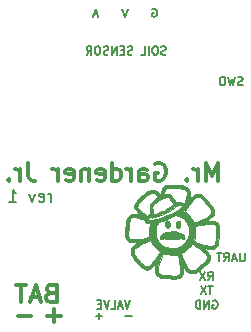
<source format=gbr>
G04 #@! TF.GenerationSoftware,KiCad,Pcbnew,5.0.2-bee76a0~70~ubuntu18.04.1*
G04 #@! TF.CreationDate,2019-07-19T10:46:57+02:00*
G04 #@! TF.ProjectId,AutoGardener_Outdoor,4175746f-4761-4726-9465-6e65725f4f75,rev?*
G04 #@! TF.SameCoordinates,Original*
G04 #@! TF.FileFunction,Legend,Bot*
G04 #@! TF.FilePolarity,Positive*
%FSLAX46Y46*%
G04 Gerber Fmt 4.6, Leading zero omitted, Abs format (unit mm)*
G04 Created by KiCad (PCBNEW 5.0.2-bee76a0~70~ubuntu18.04.1) date Fri 19 Jul 2019 10:46:57 CEST*
%MOMM*%
%LPD*%
G01*
G04 APERTURE LIST*
%ADD10C,0.150000*%
%ADD11C,0.300000*%
%ADD12C,0.010000*%
G04 APERTURE END LIST*
D10*
X184738095Y-136452380D02*
X184738095Y-135785714D01*
X184738095Y-135976190D02*
X184690476Y-135880952D01*
X184642857Y-135833333D01*
X184547619Y-135785714D01*
X184452380Y-135785714D01*
X183738095Y-136404761D02*
X183833333Y-136452380D01*
X184023809Y-136452380D01*
X184119047Y-136404761D01*
X184166666Y-136309523D01*
X184166666Y-135928571D01*
X184119047Y-135833333D01*
X184023809Y-135785714D01*
X183833333Y-135785714D01*
X183738095Y-135833333D01*
X183690476Y-135928571D01*
X183690476Y-136023809D01*
X184166666Y-136119047D01*
X183357142Y-135785714D02*
X183119047Y-136452380D01*
X182880952Y-135785714D01*
X181214285Y-136452380D02*
X181785714Y-136452380D01*
X181500000Y-136452380D02*
X181500000Y-135452380D01*
X181595238Y-135595238D01*
X181690476Y-135690476D01*
X181785714Y-135738095D01*
D11*
X198857142Y-134678571D02*
X198857142Y-133178571D01*
X198357142Y-134250000D01*
X197857142Y-133178571D01*
X197857142Y-134678571D01*
X197142857Y-134678571D02*
X197142857Y-133678571D01*
X197142857Y-133964285D02*
X197071428Y-133821428D01*
X197000000Y-133750000D01*
X196857142Y-133678571D01*
X196714285Y-133678571D01*
X196214285Y-134535714D02*
X196142857Y-134607142D01*
X196214285Y-134678571D01*
X196285714Y-134607142D01*
X196214285Y-134535714D01*
X196214285Y-134678571D01*
X193571428Y-133250000D02*
X193714285Y-133178571D01*
X193928571Y-133178571D01*
X194142857Y-133250000D01*
X194285714Y-133392857D01*
X194357142Y-133535714D01*
X194428571Y-133821428D01*
X194428571Y-134035714D01*
X194357142Y-134321428D01*
X194285714Y-134464285D01*
X194142857Y-134607142D01*
X193928571Y-134678571D01*
X193785714Y-134678571D01*
X193571428Y-134607142D01*
X193500000Y-134535714D01*
X193500000Y-134035714D01*
X193785714Y-134035714D01*
X192214285Y-134678571D02*
X192214285Y-133892857D01*
X192285714Y-133750000D01*
X192428571Y-133678571D01*
X192714285Y-133678571D01*
X192857142Y-133750000D01*
X192214285Y-134607142D02*
X192357142Y-134678571D01*
X192714285Y-134678571D01*
X192857142Y-134607142D01*
X192928571Y-134464285D01*
X192928571Y-134321428D01*
X192857142Y-134178571D01*
X192714285Y-134107142D01*
X192357142Y-134107142D01*
X192214285Y-134035714D01*
X191500000Y-134678571D02*
X191500000Y-133678571D01*
X191500000Y-133964285D02*
X191428571Y-133821428D01*
X191357142Y-133750000D01*
X191214285Y-133678571D01*
X191071428Y-133678571D01*
X189928571Y-134678571D02*
X189928571Y-133178571D01*
X189928571Y-134607142D02*
X190071428Y-134678571D01*
X190357142Y-134678571D01*
X190500000Y-134607142D01*
X190571428Y-134535714D01*
X190642857Y-134392857D01*
X190642857Y-133964285D01*
X190571428Y-133821428D01*
X190500000Y-133750000D01*
X190357142Y-133678571D01*
X190071428Y-133678571D01*
X189928571Y-133750000D01*
X188642857Y-134607142D02*
X188785714Y-134678571D01*
X189071428Y-134678571D01*
X189214285Y-134607142D01*
X189285714Y-134464285D01*
X189285714Y-133892857D01*
X189214285Y-133750000D01*
X189071428Y-133678571D01*
X188785714Y-133678571D01*
X188642857Y-133750000D01*
X188571428Y-133892857D01*
X188571428Y-134035714D01*
X189285714Y-134178571D01*
X187928571Y-133678571D02*
X187928571Y-134678571D01*
X187928571Y-133821428D02*
X187857142Y-133750000D01*
X187714285Y-133678571D01*
X187500000Y-133678571D01*
X187357142Y-133750000D01*
X187285714Y-133892857D01*
X187285714Y-134678571D01*
X186000000Y-134607142D02*
X186142857Y-134678571D01*
X186428571Y-134678571D01*
X186571428Y-134607142D01*
X186642857Y-134464285D01*
X186642857Y-133892857D01*
X186571428Y-133750000D01*
X186428571Y-133678571D01*
X186142857Y-133678571D01*
X186000000Y-133750000D01*
X185928571Y-133892857D01*
X185928571Y-134035714D01*
X186642857Y-134178571D01*
X185285714Y-134678571D02*
X185285714Y-133678571D01*
X185285714Y-133964285D02*
X185214285Y-133821428D01*
X185142857Y-133750000D01*
X185000000Y-133678571D01*
X184857142Y-133678571D01*
X182785714Y-133178571D02*
X182785714Y-134250000D01*
X182857142Y-134464285D01*
X183000000Y-134607142D01*
X183214285Y-134678571D01*
X183357142Y-134678571D01*
X182071428Y-134678571D02*
X182071428Y-133678571D01*
X182071428Y-133964285D02*
X182000000Y-133821428D01*
X181928571Y-133750000D01*
X181785714Y-133678571D01*
X181642857Y-133678571D01*
X181142857Y-134535714D02*
X181071428Y-134607142D01*
X181142857Y-134678571D01*
X181214285Y-134607142D01*
X181142857Y-134535714D01*
X181142857Y-134678571D01*
D10*
X191233333Y-120116666D02*
X191000000Y-120816666D01*
X190766666Y-120116666D01*
X188666666Y-120616666D02*
X188333333Y-120616666D01*
X188733333Y-120816666D02*
X188500000Y-120116666D01*
X188266666Y-120816666D01*
X193316666Y-120150000D02*
X193383333Y-120116666D01*
X193483333Y-120116666D01*
X193583333Y-120150000D01*
X193650000Y-120216666D01*
X193683333Y-120283333D01*
X193716666Y-120416666D01*
X193716666Y-120516666D01*
X193683333Y-120650000D01*
X193650000Y-120716666D01*
X193583333Y-120783333D01*
X193483333Y-120816666D01*
X193416666Y-120816666D01*
X193316666Y-120783333D01*
X193283333Y-120750000D01*
X193283333Y-120516666D01*
X193416666Y-120516666D01*
X194450000Y-123983333D02*
X194350000Y-124016666D01*
X194183333Y-124016666D01*
X194116666Y-123983333D01*
X194083333Y-123950000D01*
X194050000Y-123883333D01*
X194050000Y-123816666D01*
X194083333Y-123750000D01*
X194116666Y-123716666D01*
X194183333Y-123683333D01*
X194316666Y-123650000D01*
X194383333Y-123616666D01*
X194416666Y-123583333D01*
X194450000Y-123516666D01*
X194450000Y-123450000D01*
X194416666Y-123383333D01*
X194383333Y-123350000D01*
X194316666Y-123316666D01*
X194150000Y-123316666D01*
X194050000Y-123350000D01*
X193616666Y-123316666D02*
X193483333Y-123316666D01*
X193416666Y-123350000D01*
X193350000Y-123416666D01*
X193316666Y-123550000D01*
X193316666Y-123783333D01*
X193350000Y-123916666D01*
X193416666Y-123983333D01*
X193483333Y-124016666D01*
X193616666Y-124016666D01*
X193683333Y-123983333D01*
X193750000Y-123916666D01*
X193783333Y-123783333D01*
X193783333Y-123550000D01*
X193750000Y-123416666D01*
X193683333Y-123350000D01*
X193616666Y-123316666D01*
X193016666Y-124016666D02*
X193016666Y-123316666D01*
X192350000Y-124016666D02*
X192683333Y-124016666D01*
X192683333Y-123316666D01*
X191616666Y-123983333D02*
X191516666Y-124016666D01*
X191350000Y-124016666D01*
X191283333Y-123983333D01*
X191250000Y-123950000D01*
X191216666Y-123883333D01*
X191216666Y-123816666D01*
X191250000Y-123750000D01*
X191283333Y-123716666D01*
X191350000Y-123683333D01*
X191483333Y-123650000D01*
X191550000Y-123616666D01*
X191583333Y-123583333D01*
X191616666Y-123516666D01*
X191616666Y-123450000D01*
X191583333Y-123383333D01*
X191550000Y-123350000D01*
X191483333Y-123316666D01*
X191316666Y-123316666D01*
X191216666Y-123350000D01*
X190916666Y-123650000D02*
X190683333Y-123650000D01*
X190583333Y-124016666D02*
X190916666Y-124016666D01*
X190916666Y-123316666D01*
X190583333Y-123316666D01*
X190283333Y-124016666D02*
X190283333Y-123316666D01*
X189883333Y-124016666D01*
X189883333Y-123316666D01*
X189583333Y-123983333D02*
X189483333Y-124016666D01*
X189316666Y-124016666D01*
X189250000Y-123983333D01*
X189216666Y-123950000D01*
X189183333Y-123883333D01*
X189183333Y-123816666D01*
X189216666Y-123750000D01*
X189250000Y-123716666D01*
X189316666Y-123683333D01*
X189450000Y-123650000D01*
X189516666Y-123616666D01*
X189550000Y-123583333D01*
X189583333Y-123516666D01*
X189583333Y-123450000D01*
X189550000Y-123383333D01*
X189516666Y-123350000D01*
X189450000Y-123316666D01*
X189283333Y-123316666D01*
X189183333Y-123350000D01*
X188750000Y-123316666D02*
X188616666Y-123316666D01*
X188550000Y-123350000D01*
X188483333Y-123416666D01*
X188450000Y-123550000D01*
X188450000Y-123783333D01*
X188483333Y-123916666D01*
X188550000Y-123983333D01*
X188616666Y-124016666D01*
X188750000Y-124016666D01*
X188816666Y-123983333D01*
X188883333Y-123916666D01*
X188916666Y-123783333D01*
X188916666Y-123550000D01*
X188883333Y-123416666D01*
X188816666Y-123350000D01*
X188750000Y-123316666D01*
X187750000Y-124016666D02*
X187983333Y-123683333D01*
X188150000Y-124016666D02*
X188150000Y-123316666D01*
X187883333Y-123316666D01*
X187816666Y-123350000D01*
X187783333Y-123383333D01*
X187750000Y-123450000D01*
X187750000Y-123550000D01*
X187783333Y-123616666D01*
X187816666Y-123650000D01*
X187883333Y-123683333D01*
X188150000Y-123683333D01*
X200966666Y-126583333D02*
X200866666Y-126616666D01*
X200700000Y-126616666D01*
X200633333Y-126583333D01*
X200600000Y-126550000D01*
X200566666Y-126483333D01*
X200566666Y-126416666D01*
X200600000Y-126350000D01*
X200633333Y-126316666D01*
X200700000Y-126283333D01*
X200833333Y-126250000D01*
X200900000Y-126216666D01*
X200933333Y-126183333D01*
X200966666Y-126116666D01*
X200966666Y-126050000D01*
X200933333Y-125983333D01*
X200900000Y-125950000D01*
X200833333Y-125916666D01*
X200666666Y-125916666D01*
X200566666Y-125950000D01*
X200333333Y-125916666D02*
X200166666Y-126616666D01*
X200033333Y-126116666D01*
X199900000Y-126616666D01*
X199733333Y-125916666D01*
X199333333Y-125916666D02*
X199200000Y-125916666D01*
X199133333Y-125950000D01*
X199066666Y-126016666D01*
X199033333Y-126150000D01*
X199033333Y-126383333D01*
X199066666Y-126516666D01*
X199133333Y-126583333D01*
X199200000Y-126616666D01*
X199333333Y-126616666D01*
X199400000Y-126583333D01*
X199466666Y-126516666D01*
X199500000Y-126383333D01*
X199500000Y-126150000D01*
X199466666Y-126016666D01*
X199400000Y-125950000D01*
X199333333Y-125916666D01*
X201116666Y-140816666D02*
X201116666Y-141383333D01*
X201083333Y-141450000D01*
X201050000Y-141483333D01*
X200983333Y-141516666D01*
X200850000Y-141516666D01*
X200783333Y-141483333D01*
X200750000Y-141450000D01*
X200716666Y-141383333D01*
X200716666Y-140816666D01*
X200416666Y-141316666D02*
X200083333Y-141316666D01*
X200483333Y-141516666D02*
X200250000Y-140816666D01*
X200016666Y-141516666D01*
X199383333Y-141516666D02*
X199616666Y-141183333D01*
X199783333Y-141516666D02*
X199783333Y-140816666D01*
X199516666Y-140816666D01*
X199450000Y-140850000D01*
X199416666Y-140883333D01*
X199383333Y-140950000D01*
X199383333Y-141050000D01*
X199416666Y-141116666D01*
X199450000Y-141150000D01*
X199516666Y-141183333D01*
X199783333Y-141183333D01*
X199183333Y-140816666D02*
X198783333Y-140816666D01*
X198983333Y-141516666D02*
X198983333Y-140816666D01*
X191433333Y-144816666D02*
X191200000Y-145516666D01*
X190966666Y-144816666D01*
X190766666Y-145316666D02*
X190433333Y-145316666D01*
X190833333Y-145516666D02*
X190600000Y-144816666D01*
X190366666Y-145516666D01*
X189800000Y-145516666D02*
X190133333Y-145516666D01*
X190133333Y-144816666D01*
X189666666Y-144816666D02*
X189433333Y-145516666D01*
X189200000Y-144816666D01*
X188966666Y-145150000D02*
X188733333Y-145150000D01*
X188633333Y-145516666D02*
X188966666Y-145516666D01*
X188966666Y-144816666D01*
X188633333Y-144816666D01*
D11*
X184707142Y-144192857D02*
X184492857Y-144264285D01*
X184421428Y-144335714D01*
X184350000Y-144478571D01*
X184350000Y-144692857D01*
X184421428Y-144835714D01*
X184492857Y-144907142D01*
X184635714Y-144978571D01*
X185207142Y-144978571D01*
X185207142Y-143478571D01*
X184707142Y-143478571D01*
X184564285Y-143550000D01*
X184492857Y-143621428D01*
X184421428Y-143764285D01*
X184421428Y-143907142D01*
X184492857Y-144050000D01*
X184564285Y-144121428D01*
X184707142Y-144192857D01*
X185207142Y-144192857D01*
X183778571Y-144550000D02*
X183064285Y-144550000D01*
X183921428Y-144978571D02*
X183421428Y-143478571D01*
X182921428Y-144978571D01*
X182635714Y-143478571D02*
X181778571Y-143478571D01*
X182207142Y-144978571D02*
X182207142Y-143478571D01*
D10*
X191033333Y-146150000D02*
X191566666Y-146150000D01*
X188533333Y-146150000D02*
X189066666Y-146150000D01*
X188800000Y-145883333D02*
X188800000Y-146416666D01*
X198016666Y-143116666D02*
X198250000Y-142783333D01*
X198416666Y-143116666D02*
X198416666Y-142416666D01*
X198150000Y-142416666D01*
X198083333Y-142450000D01*
X198050000Y-142483333D01*
X198016666Y-142550000D01*
X198016666Y-142650000D01*
X198050000Y-142716666D01*
X198083333Y-142750000D01*
X198150000Y-142783333D01*
X198416666Y-142783333D01*
X197783333Y-142416666D02*
X197316666Y-143116666D01*
X197316666Y-142416666D02*
X197783333Y-143116666D01*
X198433333Y-143616666D02*
X198033333Y-143616666D01*
X198233333Y-144316666D02*
X198233333Y-143616666D01*
X197866666Y-143616666D02*
X197400000Y-144316666D01*
X197400000Y-143616666D02*
X197866666Y-144316666D01*
X198433333Y-144850000D02*
X198500000Y-144816666D01*
X198600000Y-144816666D01*
X198700000Y-144850000D01*
X198766666Y-144916666D01*
X198800000Y-144983333D01*
X198833333Y-145116666D01*
X198833333Y-145216666D01*
X198800000Y-145350000D01*
X198766666Y-145416666D01*
X198700000Y-145483333D01*
X198600000Y-145516666D01*
X198533333Y-145516666D01*
X198433333Y-145483333D01*
X198400000Y-145450000D01*
X198400000Y-145216666D01*
X198533333Y-145216666D01*
X198100000Y-145516666D02*
X198100000Y-144816666D01*
X197700000Y-145516666D01*
X197700000Y-144816666D01*
X197366666Y-145516666D02*
X197366666Y-144816666D01*
X197200000Y-144816666D01*
X197100000Y-144850000D01*
X197033333Y-144916666D01*
X197000000Y-144983333D01*
X196966666Y-145116666D01*
X196966666Y-145216666D01*
X197000000Y-145350000D01*
X197033333Y-145416666D01*
X197100000Y-145483333D01*
X197200000Y-145516666D01*
X197366666Y-145516666D01*
D11*
X183071428Y-146107142D02*
X181928571Y-146107142D01*
X185571428Y-146107142D02*
X184428571Y-146107142D01*
X185000000Y-146678571D02*
X185000000Y-145535714D01*
D12*
G04 #@! TO.C,H111*
G36*
X194704742Y-135017220D02*
X194594383Y-135029149D01*
X194504947Y-135050620D01*
X194427874Y-135081820D01*
X194420471Y-135085506D01*
X194272479Y-135184461D01*
X194169217Y-135313409D01*
X194105313Y-135481687D01*
X194076366Y-135683544D01*
X194062875Y-135819561D01*
X194045008Y-135909336D01*
X194024547Y-135944194D01*
X194022811Y-135944350D01*
X193987585Y-135919095D01*
X193930010Y-135854198D01*
X193865231Y-135767446D01*
X193763594Y-135643799D01*
X193656530Y-135551125D01*
X193617335Y-135527527D01*
X193471071Y-135479589D01*
X193299980Y-135463158D01*
X193131738Y-135478570D01*
X193005343Y-135520091D01*
X192927257Y-135569182D01*
X192815711Y-135651523D01*
X192680425Y-135758700D01*
X192531115Y-135882297D01*
X192377500Y-136013902D01*
X192229297Y-136145098D01*
X192096225Y-136267473D01*
X191988002Y-136372611D01*
X191914345Y-136452098D01*
X191889453Y-136486300D01*
X191810790Y-136679620D01*
X191791348Y-136876103D01*
X191800002Y-136963667D01*
X191817065Y-137038762D01*
X191849752Y-137109504D01*
X191907169Y-137189892D01*
X191998425Y-137293923D01*
X192052385Y-137351577D01*
X192153261Y-137459368D01*
X192213501Y-137528312D01*
X192237451Y-137565520D01*
X192229453Y-137578103D01*
X192193853Y-137573168D01*
X192186709Y-137571433D01*
X192019718Y-137535973D01*
X191856036Y-137511743D01*
X191714793Y-137500904D01*
X191615123Y-137505620D01*
X191611146Y-137506391D01*
X191453421Y-137567728D01*
X191307135Y-137676814D01*
X191193380Y-137817822D01*
X191191157Y-137821580D01*
X191158245Y-137884494D01*
X191132684Y-137953751D01*
X191112035Y-138041585D01*
X191093857Y-138160230D01*
X191075710Y-138321919D01*
X191061154Y-138473376D01*
X191035248Y-138779401D01*
X191020678Y-139029509D01*
X191018779Y-139231305D01*
X191030883Y-139392394D01*
X191058325Y-139520380D01*
X191102440Y-139622869D01*
X191164561Y-139707464D01*
X191246023Y-139781771D01*
X191297296Y-139819443D01*
X191364353Y-139863480D01*
X191423891Y-139891637D01*
X191492945Y-139907431D01*
X191588551Y-139914377D01*
X191727744Y-139915989D01*
X191765110Y-139915978D01*
X192093478Y-139915628D01*
X191851398Y-140077364D01*
X191684130Y-140201249D01*
X191570059Y-140318813D01*
X191501018Y-140442950D01*
X191468838Y-140586556D01*
X191463820Y-140689214D01*
X191477949Y-140859576D01*
X191518679Y-140991853D01*
X191520091Y-140994657D01*
X191569875Y-141073931D01*
X191653042Y-141186622D01*
X191761122Y-141322965D01*
X191885646Y-141473194D01*
X192018147Y-141627542D01*
X192150155Y-141776245D01*
X192273201Y-141909536D01*
X192378816Y-142017650D01*
X192458531Y-142090820D01*
X192490945Y-142114192D01*
X192665108Y-142183249D01*
X192849631Y-142207508D01*
X193020280Y-142183908D01*
X193026678Y-142181859D01*
X193115996Y-142135981D01*
X193231711Y-142052543D01*
X193358386Y-141942816D01*
X193373126Y-141928862D01*
X193475609Y-141833167D01*
X193539657Y-141779907D01*
X193571343Y-141765104D01*
X193576737Y-141784780D01*
X193574032Y-141797215D01*
X193520769Y-142046885D01*
X193504600Y-142253464D01*
X193526251Y-142426895D01*
X193586448Y-142577119D01*
X193636649Y-142653987D01*
X193709612Y-142734660D01*
X193800035Y-142798105D01*
X193917525Y-142847539D01*
X194071687Y-142886180D01*
X194272128Y-142917243D01*
X194492907Y-142940725D01*
X194770251Y-142964702D01*
X194992560Y-142979726D01*
X195168505Y-142985586D01*
X195306756Y-142982073D01*
X195415986Y-142968978D01*
X195504865Y-142946092D01*
X195579530Y-142914494D01*
X195702092Y-142829869D01*
X195809031Y-142717153D01*
X195819443Y-142702737D01*
X195863524Y-142635591D01*
X195891712Y-142575901D01*
X195907545Y-142506599D01*
X195914563Y-142410619D01*
X195916303Y-142270894D01*
X195916316Y-142252743D01*
X195667435Y-142252743D01*
X195656462Y-142385667D01*
X195628581Y-142489514D01*
X195583711Y-142570897D01*
X195527694Y-142631321D01*
X195477160Y-142670538D01*
X195421307Y-142699471D01*
X195351690Y-142718551D01*
X195259868Y-142728214D01*
X195137396Y-142728891D01*
X194975832Y-142721018D01*
X194766732Y-142705027D01*
X194520136Y-142683060D01*
X194306768Y-142661570D01*
X194147010Y-142639419D01*
X194030249Y-142612659D01*
X193945875Y-142577341D01*
X193883277Y-142529518D01*
X193831844Y-142465240D01*
X193800937Y-142415441D01*
X193770975Y-142355122D01*
X193758954Y-142294389D01*
X193763552Y-142211893D01*
X193781314Y-142098485D01*
X193812924Y-141956194D01*
X193864903Y-141768125D01*
X193890697Y-141684683D01*
X193617468Y-141684683D01*
X193601392Y-141700759D01*
X193585317Y-141684683D01*
X193601392Y-141668608D01*
X193617468Y-141684683D01*
X193890697Y-141684683D01*
X193932982Y-141547896D01*
X194012891Y-141309128D01*
X194100361Y-141065437D01*
X194129098Y-140989043D01*
X194198081Y-140807834D01*
X194398091Y-140874688D01*
X194498198Y-140903895D01*
X194602587Y-140923577D01*
X194727337Y-140935438D01*
X194888526Y-140941181D01*
X195038058Y-140942489D01*
X195478015Y-140943436D01*
X195543849Y-141297984D01*
X195599707Y-141613361D01*
X195638977Y-141873204D01*
X195661580Y-142084126D01*
X195667435Y-142252743D01*
X195916316Y-142252743D01*
X195916329Y-142235447D01*
X195916329Y-141907572D01*
X196077715Y-142149127D01*
X196201614Y-142316331D01*
X196319292Y-142430310D01*
X196443655Y-142499232D01*
X196587609Y-142531266D01*
X196689214Y-142536180D01*
X196859576Y-142522051D01*
X196991853Y-142481321D01*
X196994657Y-142479909D01*
X197073931Y-142430125D01*
X197186622Y-142346958D01*
X197322965Y-142238878D01*
X197473194Y-142114354D01*
X197627542Y-141981853D01*
X197776245Y-141849845D01*
X197909536Y-141726799D01*
X198017650Y-141621184D01*
X198090820Y-141541469D01*
X198114192Y-141509055D01*
X198183249Y-141334892D01*
X198207508Y-141150369D01*
X198206712Y-141144613D01*
X197958583Y-141144613D01*
X197943364Y-141251932D01*
X197880615Y-141368109D01*
X197768460Y-141500390D01*
X197605026Y-141656027D01*
X197491772Y-141754916D01*
X197295857Y-141921043D01*
X197140086Y-142048713D01*
X197017052Y-142142755D01*
X196919345Y-142207998D01*
X196839557Y-142249269D01*
X196770277Y-142271398D01*
X196704097Y-142279211D01*
X196686798Y-142279494D01*
X196547449Y-142256750D01*
X196470046Y-142215058D01*
X196385966Y-142127151D01*
X196284728Y-141984306D01*
X196169885Y-141792461D01*
X196044991Y-141557555D01*
X195913598Y-141285526D01*
X195912546Y-141283250D01*
X195712185Y-140849664D01*
X195884795Y-140757044D01*
X195988095Y-140692796D01*
X193984378Y-140692796D01*
X193795889Y-140963677D01*
X193585752Y-141257986D01*
X193402738Y-141497401D01*
X193244642Y-141684254D01*
X193109259Y-141820875D01*
X192994385Y-141909598D01*
X192897817Y-141952755D01*
X192856042Y-141957975D01*
X192773362Y-141945481D01*
X192677131Y-141915180D01*
X192671522Y-141912878D01*
X192601197Y-141865357D01*
X192497524Y-141767274D01*
X192359631Y-141617734D01*
X192186648Y-141415840D01*
X192178838Y-141406485D01*
X192054480Y-141256023D01*
X191942790Y-141118323D01*
X191851068Y-141002590D01*
X191786616Y-140918030D01*
X191757296Y-140874962D01*
X191723908Y-140757330D01*
X191726595Y-140623715D01*
X191763225Y-140504455D01*
X191785864Y-140468875D01*
X191867313Y-140391192D01*
X192000438Y-140295740D01*
X192176791Y-140187558D01*
X192387924Y-140071684D01*
X192625391Y-139953158D01*
X192740802Y-139899287D01*
X193149039Y-139712797D01*
X193275295Y-139941439D01*
X193381381Y-140104147D01*
X193522105Y-140279367D01*
X193678916Y-140446403D01*
X193833265Y-140584560D01*
X193889341Y-140626529D01*
X193984378Y-140692796D01*
X195988095Y-140692796D01*
X196086043Y-140631877D01*
X196283927Y-140478362D01*
X196456918Y-140314369D01*
X196550181Y-140204879D01*
X196618398Y-140121117D01*
X196674939Y-140063216D01*
X196703996Y-140044937D01*
X196747238Y-140063742D01*
X196830912Y-140115320D01*
X196945127Y-140192413D01*
X197079991Y-140287766D01*
X197225612Y-140394120D01*
X197372097Y-140504220D01*
X197509554Y-140610809D01*
X197628091Y-140706630D01*
X197717816Y-140784425D01*
X197737790Y-140803314D01*
X197853922Y-140927553D01*
X197928144Y-141038903D01*
X197958583Y-141144613D01*
X198206712Y-141144613D01*
X198183908Y-140979720D01*
X198181859Y-140973322D01*
X198135981Y-140884004D01*
X198052543Y-140768289D01*
X197942816Y-140641614D01*
X197928862Y-140626874D01*
X197833167Y-140524391D01*
X197779907Y-140460343D01*
X197765104Y-140428657D01*
X197784781Y-140423263D01*
X197797215Y-140425968D01*
X198050176Y-140479457D01*
X198260234Y-140494864D01*
X198436701Y-140471636D01*
X198588889Y-140409221D01*
X198605545Y-140398608D01*
X197700760Y-140398608D01*
X197684684Y-140414683D01*
X197668608Y-140398608D01*
X197684684Y-140382532D01*
X197700760Y-140398608D01*
X198605545Y-140398608D01*
X198641079Y-140375968D01*
X198724711Y-140306200D01*
X198790013Y-140222142D01*
X198840440Y-140113932D01*
X198879452Y-139971706D01*
X198910506Y-139785601D01*
X198937060Y-139545753D01*
X198938847Y-139526624D01*
X198964752Y-139220599D01*
X198979322Y-138970491D01*
X198980324Y-138864003D01*
X198728883Y-138864003D01*
X198720913Y-139026178D01*
X198704805Y-139236054D01*
X198683395Y-139476200D01*
X198661873Y-139689916D01*
X198639840Y-139849956D01*
X198613565Y-139966866D01*
X198579317Y-140051194D01*
X198533362Y-140113486D01*
X198471970Y-140164289D01*
X198430468Y-140191035D01*
X198376082Y-140224356D01*
X198335127Y-140243392D01*
X198290608Y-140248879D01*
X198225532Y-140241554D01*
X198122905Y-140222156D01*
X198049221Y-140207574D01*
X197874963Y-140166081D01*
X197654788Y-140102070D01*
X197401349Y-140019559D01*
X197127303Y-139922567D01*
X196990336Y-139871354D01*
X196810419Y-139802886D01*
X196888576Y-139538089D01*
X196923648Y-139410235D01*
X196945321Y-139300309D01*
X196955734Y-139186948D01*
X196957025Y-139048786D01*
X196954247Y-138953541D01*
X196415465Y-138953541D01*
X196393973Y-139236681D01*
X196319342Y-139510902D01*
X196192597Y-139762824D01*
X196191491Y-139764536D01*
X196001274Y-140002461D01*
X195772678Y-140189927D01*
X195509462Y-140324133D01*
X195385043Y-140365198D01*
X195197107Y-140397588D01*
X194977771Y-140404043D01*
X194753894Y-140385852D01*
X194552334Y-140344303D01*
X194485570Y-140322044D01*
X194240173Y-140195499D01*
X194018084Y-140017356D01*
X193831002Y-139799262D01*
X193690627Y-139552867D01*
X193674420Y-139514430D01*
X193640364Y-139417067D01*
X193618742Y-139316706D01*
X193606996Y-139194500D01*
X193602568Y-139031603D01*
X193602307Y-138983162D01*
X193602901Y-138825002D01*
X193608076Y-138712356D01*
X193621470Y-138626443D01*
X193646722Y-138548479D01*
X193687472Y-138459683D01*
X193713924Y-138407070D01*
X193772008Y-138292658D01*
X193164489Y-138292658D01*
X193110788Y-138429304D01*
X193087023Y-138507918D01*
X193070796Y-138609763D01*
X193060996Y-138746870D01*
X193056508Y-138931269D01*
X193055949Y-139022150D01*
X193054810Y-139478350D01*
X192701139Y-139544542D01*
X192421720Y-139594565D01*
X192193455Y-139629926D01*
X192005204Y-139651898D01*
X191845823Y-139661754D01*
X191704168Y-139660765D01*
X191689437Y-139660061D01*
X191572011Y-139650949D01*
X191495490Y-139632388D01*
X191436475Y-139594979D01*
X191375956Y-139534122D01*
X191316729Y-139463003D01*
X191285062Y-139398260D01*
X191272584Y-139314688D01*
X191270791Y-139217497D01*
X191273989Y-139112283D01*
X191282492Y-138960717D01*
X191295136Y-138780426D01*
X191310753Y-138589033D01*
X191316940Y-138520136D01*
X191338430Y-138306768D01*
X191360581Y-138147010D01*
X191387341Y-138030249D01*
X191422659Y-137945875D01*
X191470482Y-137883277D01*
X191534760Y-137831844D01*
X191584559Y-137800937D01*
X191644899Y-137770968D01*
X191705657Y-137758951D01*
X191788192Y-137763562D01*
X191901403Y-137781294D01*
X192043535Y-137811546D01*
X192210978Y-137855166D01*
X192368804Y-137903017D01*
X192376897Y-137905719D01*
X192504296Y-137950542D01*
X192583581Y-137986161D01*
X192628323Y-138021537D01*
X192652092Y-138065632D01*
X192660086Y-138092718D01*
X192711877Y-138198908D01*
X192804964Y-138263876D01*
X192945426Y-138291240D01*
X192996234Y-138292658D01*
X193164489Y-138292658D01*
X193772008Y-138292658D01*
X193826456Y-138185411D01*
X194180127Y-138063927D01*
X194363005Y-137995614D01*
X194571490Y-137909196D01*
X194774937Y-137817720D01*
X194890030Y-137761693D01*
X195246262Y-137580943D01*
X195450022Y-137649585D01*
X195722443Y-137774358D01*
X195959687Y-137951391D01*
X196156755Y-138176160D01*
X196294933Y-138414032D01*
X196382793Y-138674864D01*
X196415465Y-138953541D01*
X196954247Y-138953541D01*
X196952629Y-138898102D01*
X196938526Y-138522913D01*
X197295529Y-138456542D01*
X197587020Y-138406189D01*
X197850243Y-138368327D01*
X198076871Y-138343841D01*
X198258576Y-138333617D01*
X198387031Y-138338540D01*
X198394881Y-138339634D01*
X198514898Y-138375495D01*
X198613337Y-138452564D01*
X198631321Y-138472306D01*
X198670620Y-138522977D01*
X198699586Y-138579015D01*
X198718659Y-138648888D01*
X198728279Y-138741062D01*
X198728883Y-138864003D01*
X198980324Y-138864003D01*
X198981222Y-138768695D01*
X198969117Y-138607606D01*
X198941675Y-138479619D01*
X198897560Y-138377131D01*
X198835439Y-138292536D01*
X198753977Y-138218229D01*
X198702704Y-138180557D01*
X198635647Y-138136520D01*
X198576109Y-138108362D01*
X198507055Y-138092569D01*
X198411449Y-138085623D01*
X198272256Y-138084010D01*
X198234890Y-138084021D01*
X197906522Y-138084372D01*
X198148602Y-137922636D01*
X198315870Y-137798751D01*
X198429941Y-137681187D01*
X198498982Y-137557050D01*
X198531162Y-137413444D01*
X198534607Y-137342954D01*
X198279258Y-137342954D01*
X198247930Y-137475338D01*
X198214137Y-137531125D01*
X198132651Y-137608842D01*
X197999462Y-137704328D01*
X197822997Y-137812558D01*
X197611681Y-137928507D01*
X197373940Y-138047151D01*
X197258487Y-138101038D01*
X196849539Y-138287853D01*
X196737353Y-138073230D01*
X196641508Y-137919564D01*
X196511884Y-137753162D01*
X196399356Y-137630283D01*
X196294122Y-137526496D01*
X196197389Y-137435714D01*
X196123273Y-137370978D01*
X196097052Y-137351058D01*
X196020560Y-137300157D01*
X196206580Y-137032800D01*
X196346457Y-136836762D01*
X195803239Y-136836762D01*
X195767309Y-136891095D01*
X195683869Y-136967163D01*
X195461156Y-137134636D01*
X195190833Y-137306911D01*
X194888217Y-137475557D01*
X194568626Y-137632141D01*
X194247377Y-137768231D01*
X194186638Y-137791367D01*
X193990244Y-137855951D01*
X193764002Y-137916336D01*
X193528190Y-137968254D01*
X193303087Y-138007433D01*
X193108971Y-138029604D01*
X193039943Y-138032847D01*
X192896468Y-138035443D01*
X193054810Y-137874683D01*
X193153200Y-137778708D01*
X193216456Y-137728289D01*
X193251039Y-137719949D01*
X193263413Y-137750207D01*
X193263798Y-137762152D01*
X193265288Y-137789016D01*
X193277461Y-137803382D01*
X193311868Y-137804711D01*
X193380062Y-137792461D01*
X193493593Y-137766092D01*
X193569241Y-137747862D01*
X194039294Y-137605261D01*
X194481620Y-137412432D01*
X194887834Y-137173547D01*
X195198411Y-136937441D01*
X195295999Y-136856835D01*
X195367906Y-136810239D01*
X195436058Y-136788434D01*
X195522380Y-136782204D01*
X195568158Y-136782011D01*
X195706556Y-136786849D01*
X195783952Y-136803557D01*
X195803239Y-136836762D01*
X196346457Y-136836762D01*
X196389566Y-136776345D01*
X196454115Y-136690874D01*
X195096456Y-136690874D01*
X195070322Y-136727487D01*
X194999398Y-136788066D01*
X194894894Y-136864978D01*
X194768024Y-136950589D01*
X194630000Y-137037265D01*
X194492035Y-137117374D01*
X194393284Y-137169586D01*
X194264351Y-137229385D01*
X194108939Y-137294362D01*
X193941082Y-137359455D01*
X193774817Y-137419603D01*
X193624183Y-137469744D01*
X193503214Y-137504817D01*
X193425949Y-137519758D01*
X193421718Y-137519941D01*
X193396081Y-137507792D01*
X193374946Y-137463532D01*
X193355470Y-137377250D01*
X193334814Y-137239037D01*
X193329561Y-137198580D01*
X193288470Y-136876147D01*
X193376163Y-136749606D01*
X193500708Y-136607961D01*
X193675765Y-136463860D01*
X193888701Y-136326975D01*
X194019367Y-136257282D01*
X194185793Y-136180583D01*
X194345709Y-136117592D01*
X194420630Y-136093539D01*
X193772517Y-136093539D01*
X193632954Y-136181833D01*
X193532658Y-136256394D01*
X193419597Y-136357649D01*
X193305986Y-136472466D01*
X193204042Y-136587714D01*
X193125979Y-136690263D01*
X193084015Y-136766982D01*
X193081901Y-136774159D01*
X193076121Y-136844445D01*
X193079211Y-136958595D01*
X193090356Y-137096907D01*
X193098000Y-137163506D01*
X193136102Y-137465181D01*
X193015076Y-137572138D01*
X192942693Y-137633742D01*
X192891437Y-137673002D01*
X192877975Y-137680329D01*
X192847838Y-137662286D01*
X192777326Y-137612171D01*
X192762805Y-137601392D01*
X192331392Y-137601392D01*
X192315317Y-137617468D01*
X192299241Y-137601392D01*
X192315317Y-137585316D01*
X192331392Y-137601392D01*
X192762805Y-137601392D01*
X192676736Y-137537503D01*
X192556361Y-137445801D01*
X192547479Y-137438953D01*
X192340303Y-137272114D01*
X192187789Y-137128437D01*
X192089891Y-137000309D01*
X192046563Y-136880114D01*
X192057758Y-136760238D01*
X192123430Y-136633066D01*
X192243534Y-136490984D01*
X192418023Y-136326378D01*
X192540111Y-136220983D01*
X192728718Y-136062259D01*
X192876513Y-135940911D01*
X192991098Y-135851992D01*
X193080075Y-135790557D01*
X193151046Y-135751660D01*
X193211612Y-135730354D01*
X193269376Y-135721696D01*
X193309358Y-135720506D01*
X193428796Y-135734998D01*
X193528011Y-135785154D01*
X193622663Y-135880998D01*
X193678357Y-135956681D01*
X193772517Y-136093539D01*
X194420630Y-136093539D01*
X194486326Y-136072448D01*
X194594855Y-136049290D01*
X194656107Y-136051236D01*
X194690173Y-136083383D01*
X194748914Y-136156484D01*
X194822973Y-136256945D01*
X194902993Y-136371174D01*
X194979618Y-136485581D01*
X195043489Y-136586572D01*
X195085250Y-136660557D01*
X195096456Y-136690874D01*
X196454115Y-136690874D01*
X196557675Y-136553749D01*
X196706606Y-136370289D01*
X196756203Y-136315316D01*
X196414684Y-136315316D01*
X196398608Y-136331392D01*
X196382532Y-136315316D01*
X196398608Y-136299240D01*
X196414684Y-136315316D01*
X196756203Y-136315316D01*
X196832056Y-136231243D01*
X196929722Y-136141888D01*
X196937593Y-136136035D01*
X197039766Y-136072943D01*
X197134655Y-136042559D01*
X197229217Y-136048222D01*
X197330409Y-136093273D01*
X197445186Y-136181053D01*
X197580507Y-136314903D01*
X197743326Y-136498163D01*
X197779017Y-136540111D01*
X197901555Y-136686227D01*
X198015001Y-136823973D01*
X198110281Y-136942147D01*
X198178322Y-137029549D01*
X198202605Y-137063014D01*
X198263978Y-137198552D01*
X198279258Y-137342954D01*
X198534607Y-137342954D01*
X198536180Y-137310786D01*
X198522024Y-137140277D01*
X198481218Y-137007826D01*
X198479871Y-137005150D01*
X198441552Y-136945927D01*
X198368878Y-136847735D01*
X198269461Y-136720323D01*
X198150916Y-136573440D01*
X198020856Y-136416838D01*
X198015339Y-136410293D01*
X197854310Y-136222129D01*
X197724247Y-136078389D01*
X197616873Y-135972553D01*
X197523909Y-135898104D01*
X197437080Y-135848524D01*
X197348107Y-135817295D01*
X197248714Y-135797898D01*
X197235234Y-135795994D01*
X197094559Y-135792523D01*
X196961885Y-135826607D01*
X196824903Y-135903813D01*
X196671309Y-136029710D01*
X196627101Y-136071138D01*
X196525560Y-136167130D01*
X196462398Y-136222271D01*
X196430222Y-136240875D01*
X196421638Y-136227255D01*
X196429011Y-136186709D01*
X196464751Y-136015938D01*
X196488856Y-135850848D01*
X196499034Y-135712805D01*
X196242095Y-135712805D01*
X196235752Y-135800553D01*
X196221767Y-135887285D01*
X196203080Y-135975067D01*
X196173817Y-136092274D01*
X196138129Y-136224525D01*
X196100164Y-136357442D01*
X196064072Y-136476647D01*
X196034005Y-136567760D01*
X196014110Y-136616402D01*
X196010084Y-136620759D01*
X195980036Y-136609672D01*
X195912139Y-136582097D01*
X195889136Y-136572532D01*
X195786747Y-136545339D01*
X195645409Y-136528338D01*
X195532258Y-136524304D01*
X195290805Y-136524304D01*
X195064627Y-136187191D01*
X194972006Y-136053797D01*
X194885301Y-135937253D01*
X194814017Y-135849810D01*
X194767659Y-135803720D01*
X194766503Y-135802939D01*
X194700261Y-135776706D01*
X194611336Y-135776545D01*
X194486209Y-135803498D01*
X194392270Y-135831790D01*
X194349530Y-135842915D01*
X194328326Y-135832185D01*
X194323995Y-135786402D01*
X194331871Y-135692366D01*
X194334363Y-135667956D01*
X194351573Y-135551307D01*
X194381733Y-135472192D01*
X194436990Y-135403849D01*
X194467380Y-135374873D01*
X194537783Y-135316224D01*
X194602367Y-135284876D01*
X194686221Y-135272541D01*
X194782503Y-135270791D01*
X194887717Y-135273989D01*
X195039283Y-135282492D01*
X195219574Y-135295136D01*
X195410967Y-135310753D01*
X195479864Y-135316940D01*
X195693201Y-135338423D01*
X195852935Y-135360565D01*
X195969686Y-135387324D01*
X196054070Y-135422658D01*
X196116705Y-135470526D01*
X196168209Y-135534887D01*
X196199439Y-135585203D01*
X196230558Y-135648682D01*
X196242095Y-135712805D01*
X196499034Y-135712805D01*
X196499238Y-135710043D01*
X196493808Y-135612126D01*
X196493609Y-135611146D01*
X196432272Y-135453421D01*
X196323186Y-135307135D01*
X196182178Y-135193379D01*
X196178420Y-135191157D01*
X196115506Y-135158245D01*
X196046249Y-135132684D01*
X195958415Y-135112035D01*
X195839770Y-135093857D01*
X195678081Y-135075710D01*
X195526624Y-135061153D01*
X195246966Y-135036800D01*
X195022473Y-135021234D01*
X194844585Y-135014645D01*
X194704742Y-135017220D01*
X194704742Y-135017220D01*
G37*
X194704742Y-135017220D02*
X194594383Y-135029149D01*
X194504947Y-135050620D01*
X194427874Y-135081820D01*
X194420471Y-135085506D01*
X194272479Y-135184461D01*
X194169217Y-135313409D01*
X194105313Y-135481687D01*
X194076366Y-135683544D01*
X194062875Y-135819561D01*
X194045008Y-135909336D01*
X194024547Y-135944194D01*
X194022811Y-135944350D01*
X193987585Y-135919095D01*
X193930010Y-135854198D01*
X193865231Y-135767446D01*
X193763594Y-135643799D01*
X193656530Y-135551125D01*
X193617335Y-135527527D01*
X193471071Y-135479589D01*
X193299980Y-135463158D01*
X193131738Y-135478570D01*
X193005343Y-135520091D01*
X192927257Y-135569182D01*
X192815711Y-135651523D01*
X192680425Y-135758700D01*
X192531115Y-135882297D01*
X192377500Y-136013902D01*
X192229297Y-136145098D01*
X192096225Y-136267473D01*
X191988002Y-136372611D01*
X191914345Y-136452098D01*
X191889453Y-136486300D01*
X191810790Y-136679620D01*
X191791348Y-136876103D01*
X191800002Y-136963667D01*
X191817065Y-137038762D01*
X191849752Y-137109504D01*
X191907169Y-137189892D01*
X191998425Y-137293923D01*
X192052385Y-137351577D01*
X192153261Y-137459368D01*
X192213501Y-137528312D01*
X192237451Y-137565520D01*
X192229453Y-137578103D01*
X192193853Y-137573168D01*
X192186709Y-137571433D01*
X192019718Y-137535973D01*
X191856036Y-137511743D01*
X191714793Y-137500904D01*
X191615123Y-137505620D01*
X191611146Y-137506391D01*
X191453421Y-137567728D01*
X191307135Y-137676814D01*
X191193380Y-137817822D01*
X191191157Y-137821580D01*
X191158245Y-137884494D01*
X191132684Y-137953751D01*
X191112035Y-138041585D01*
X191093857Y-138160230D01*
X191075710Y-138321919D01*
X191061154Y-138473376D01*
X191035248Y-138779401D01*
X191020678Y-139029509D01*
X191018779Y-139231305D01*
X191030883Y-139392394D01*
X191058325Y-139520380D01*
X191102440Y-139622869D01*
X191164561Y-139707464D01*
X191246023Y-139781771D01*
X191297296Y-139819443D01*
X191364353Y-139863480D01*
X191423891Y-139891637D01*
X191492945Y-139907431D01*
X191588551Y-139914377D01*
X191727744Y-139915989D01*
X191765110Y-139915978D01*
X192093478Y-139915628D01*
X191851398Y-140077364D01*
X191684130Y-140201249D01*
X191570059Y-140318813D01*
X191501018Y-140442950D01*
X191468838Y-140586556D01*
X191463820Y-140689214D01*
X191477949Y-140859576D01*
X191518679Y-140991853D01*
X191520091Y-140994657D01*
X191569875Y-141073931D01*
X191653042Y-141186622D01*
X191761122Y-141322965D01*
X191885646Y-141473194D01*
X192018147Y-141627542D01*
X192150155Y-141776245D01*
X192273201Y-141909536D01*
X192378816Y-142017650D01*
X192458531Y-142090820D01*
X192490945Y-142114192D01*
X192665108Y-142183249D01*
X192849631Y-142207508D01*
X193020280Y-142183908D01*
X193026678Y-142181859D01*
X193115996Y-142135981D01*
X193231711Y-142052543D01*
X193358386Y-141942816D01*
X193373126Y-141928862D01*
X193475609Y-141833167D01*
X193539657Y-141779907D01*
X193571343Y-141765104D01*
X193576737Y-141784780D01*
X193574032Y-141797215D01*
X193520769Y-142046885D01*
X193504600Y-142253464D01*
X193526251Y-142426895D01*
X193586448Y-142577119D01*
X193636649Y-142653987D01*
X193709612Y-142734660D01*
X193800035Y-142798105D01*
X193917525Y-142847539D01*
X194071687Y-142886180D01*
X194272128Y-142917243D01*
X194492907Y-142940725D01*
X194770251Y-142964702D01*
X194992560Y-142979726D01*
X195168505Y-142985586D01*
X195306756Y-142982073D01*
X195415986Y-142968978D01*
X195504865Y-142946092D01*
X195579530Y-142914494D01*
X195702092Y-142829869D01*
X195809031Y-142717153D01*
X195819443Y-142702737D01*
X195863524Y-142635591D01*
X195891712Y-142575901D01*
X195907545Y-142506599D01*
X195914563Y-142410619D01*
X195916303Y-142270894D01*
X195916316Y-142252743D01*
X195667435Y-142252743D01*
X195656462Y-142385667D01*
X195628581Y-142489514D01*
X195583711Y-142570897D01*
X195527694Y-142631321D01*
X195477160Y-142670538D01*
X195421307Y-142699471D01*
X195351690Y-142718551D01*
X195259868Y-142728214D01*
X195137396Y-142728891D01*
X194975832Y-142721018D01*
X194766732Y-142705027D01*
X194520136Y-142683060D01*
X194306768Y-142661570D01*
X194147010Y-142639419D01*
X194030249Y-142612659D01*
X193945875Y-142577341D01*
X193883277Y-142529518D01*
X193831844Y-142465240D01*
X193800937Y-142415441D01*
X193770975Y-142355122D01*
X193758954Y-142294389D01*
X193763552Y-142211893D01*
X193781314Y-142098485D01*
X193812924Y-141956194D01*
X193864903Y-141768125D01*
X193890697Y-141684683D01*
X193617468Y-141684683D01*
X193601392Y-141700759D01*
X193585317Y-141684683D01*
X193601392Y-141668608D01*
X193617468Y-141684683D01*
X193890697Y-141684683D01*
X193932982Y-141547896D01*
X194012891Y-141309128D01*
X194100361Y-141065437D01*
X194129098Y-140989043D01*
X194198081Y-140807834D01*
X194398091Y-140874688D01*
X194498198Y-140903895D01*
X194602587Y-140923577D01*
X194727337Y-140935438D01*
X194888526Y-140941181D01*
X195038058Y-140942489D01*
X195478015Y-140943436D01*
X195543849Y-141297984D01*
X195599707Y-141613361D01*
X195638977Y-141873204D01*
X195661580Y-142084126D01*
X195667435Y-142252743D01*
X195916316Y-142252743D01*
X195916329Y-142235447D01*
X195916329Y-141907572D01*
X196077715Y-142149127D01*
X196201614Y-142316331D01*
X196319292Y-142430310D01*
X196443655Y-142499232D01*
X196587609Y-142531266D01*
X196689214Y-142536180D01*
X196859576Y-142522051D01*
X196991853Y-142481321D01*
X196994657Y-142479909D01*
X197073931Y-142430125D01*
X197186622Y-142346958D01*
X197322965Y-142238878D01*
X197473194Y-142114354D01*
X197627542Y-141981853D01*
X197776245Y-141849845D01*
X197909536Y-141726799D01*
X198017650Y-141621184D01*
X198090820Y-141541469D01*
X198114192Y-141509055D01*
X198183249Y-141334892D01*
X198207508Y-141150369D01*
X198206712Y-141144613D01*
X197958583Y-141144613D01*
X197943364Y-141251932D01*
X197880615Y-141368109D01*
X197768460Y-141500390D01*
X197605026Y-141656027D01*
X197491772Y-141754916D01*
X197295857Y-141921043D01*
X197140086Y-142048713D01*
X197017052Y-142142755D01*
X196919345Y-142207998D01*
X196839557Y-142249269D01*
X196770277Y-142271398D01*
X196704097Y-142279211D01*
X196686798Y-142279494D01*
X196547449Y-142256750D01*
X196470046Y-142215058D01*
X196385966Y-142127151D01*
X196284728Y-141984306D01*
X196169885Y-141792461D01*
X196044991Y-141557555D01*
X195913598Y-141285526D01*
X195912546Y-141283250D01*
X195712185Y-140849664D01*
X195884795Y-140757044D01*
X195988095Y-140692796D01*
X193984378Y-140692796D01*
X193795889Y-140963677D01*
X193585752Y-141257986D01*
X193402738Y-141497401D01*
X193244642Y-141684254D01*
X193109259Y-141820875D01*
X192994385Y-141909598D01*
X192897817Y-141952755D01*
X192856042Y-141957975D01*
X192773362Y-141945481D01*
X192677131Y-141915180D01*
X192671522Y-141912878D01*
X192601197Y-141865357D01*
X192497524Y-141767274D01*
X192359631Y-141617734D01*
X192186648Y-141415840D01*
X192178838Y-141406485D01*
X192054480Y-141256023D01*
X191942790Y-141118323D01*
X191851068Y-141002590D01*
X191786616Y-140918030D01*
X191757296Y-140874962D01*
X191723908Y-140757330D01*
X191726595Y-140623715D01*
X191763225Y-140504455D01*
X191785864Y-140468875D01*
X191867313Y-140391192D01*
X192000438Y-140295740D01*
X192176791Y-140187558D01*
X192387924Y-140071684D01*
X192625391Y-139953158D01*
X192740802Y-139899287D01*
X193149039Y-139712797D01*
X193275295Y-139941439D01*
X193381381Y-140104147D01*
X193522105Y-140279367D01*
X193678916Y-140446403D01*
X193833265Y-140584560D01*
X193889341Y-140626529D01*
X193984378Y-140692796D01*
X195988095Y-140692796D01*
X196086043Y-140631877D01*
X196283927Y-140478362D01*
X196456918Y-140314369D01*
X196550181Y-140204879D01*
X196618398Y-140121117D01*
X196674939Y-140063216D01*
X196703996Y-140044937D01*
X196747238Y-140063742D01*
X196830912Y-140115320D01*
X196945127Y-140192413D01*
X197079991Y-140287766D01*
X197225612Y-140394120D01*
X197372097Y-140504220D01*
X197509554Y-140610809D01*
X197628091Y-140706630D01*
X197717816Y-140784425D01*
X197737790Y-140803314D01*
X197853922Y-140927553D01*
X197928144Y-141038903D01*
X197958583Y-141144613D01*
X198206712Y-141144613D01*
X198183908Y-140979720D01*
X198181859Y-140973322D01*
X198135981Y-140884004D01*
X198052543Y-140768289D01*
X197942816Y-140641614D01*
X197928862Y-140626874D01*
X197833167Y-140524391D01*
X197779907Y-140460343D01*
X197765104Y-140428657D01*
X197784781Y-140423263D01*
X197797215Y-140425968D01*
X198050176Y-140479457D01*
X198260234Y-140494864D01*
X198436701Y-140471636D01*
X198588889Y-140409221D01*
X198605545Y-140398608D01*
X197700760Y-140398608D01*
X197684684Y-140414683D01*
X197668608Y-140398608D01*
X197684684Y-140382532D01*
X197700760Y-140398608D01*
X198605545Y-140398608D01*
X198641079Y-140375968D01*
X198724711Y-140306200D01*
X198790013Y-140222142D01*
X198840440Y-140113932D01*
X198879452Y-139971706D01*
X198910506Y-139785601D01*
X198937060Y-139545753D01*
X198938847Y-139526624D01*
X198964752Y-139220599D01*
X198979322Y-138970491D01*
X198980324Y-138864003D01*
X198728883Y-138864003D01*
X198720913Y-139026178D01*
X198704805Y-139236054D01*
X198683395Y-139476200D01*
X198661873Y-139689916D01*
X198639840Y-139849956D01*
X198613565Y-139966866D01*
X198579317Y-140051194D01*
X198533362Y-140113486D01*
X198471970Y-140164289D01*
X198430468Y-140191035D01*
X198376082Y-140224356D01*
X198335127Y-140243392D01*
X198290608Y-140248879D01*
X198225532Y-140241554D01*
X198122905Y-140222156D01*
X198049221Y-140207574D01*
X197874963Y-140166081D01*
X197654788Y-140102070D01*
X197401349Y-140019559D01*
X197127303Y-139922567D01*
X196990336Y-139871354D01*
X196810419Y-139802886D01*
X196888576Y-139538089D01*
X196923648Y-139410235D01*
X196945321Y-139300309D01*
X196955734Y-139186948D01*
X196957025Y-139048786D01*
X196954247Y-138953541D01*
X196415465Y-138953541D01*
X196393973Y-139236681D01*
X196319342Y-139510902D01*
X196192597Y-139762824D01*
X196191491Y-139764536D01*
X196001274Y-140002461D01*
X195772678Y-140189927D01*
X195509462Y-140324133D01*
X195385043Y-140365198D01*
X195197107Y-140397588D01*
X194977771Y-140404043D01*
X194753894Y-140385852D01*
X194552334Y-140344303D01*
X194485570Y-140322044D01*
X194240173Y-140195499D01*
X194018084Y-140017356D01*
X193831002Y-139799262D01*
X193690627Y-139552867D01*
X193674420Y-139514430D01*
X193640364Y-139417067D01*
X193618742Y-139316706D01*
X193606996Y-139194500D01*
X193602568Y-139031603D01*
X193602307Y-138983162D01*
X193602901Y-138825002D01*
X193608076Y-138712356D01*
X193621470Y-138626443D01*
X193646722Y-138548479D01*
X193687472Y-138459683D01*
X193713924Y-138407070D01*
X193772008Y-138292658D01*
X193164489Y-138292658D01*
X193110788Y-138429304D01*
X193087023Y-138507918D01*
X193070796Y-138609763D01*
X193060996Y-138746870D01*
X193056508Y-138931269D01*
X193055949Y-139022150D01*
X193054810Y-139478350D01*
X192701139Y-139544542D01*
X192421720Y-139594565D01*
X192193455Y-139629926D01*
X192005204Y-139651898D01*
X191845823Y-139661754D01*
X191704168Y-139660765D01*
X191689437Y-139660061D01*
X191572011Y-139650949D01*
X191495490Y-139632388D01*
X191436475Y-139594979D01*
X191375956Y-139534122D01*
X191316729Y-139463003D01*
X191285062Y-139398260D01*
X191272584Y-139314688D01*
X191270791Y-139217497D01*
X191273989Y-139112283D01*
X191282492Y-138960717D01*
X191295136Y-138780426D01*
X191310753Y-138589033D01*
X191316940Y-138520136D01*
X191338430Y-138306768D01*
X191360581Y-138147010D01*
X191387341Y-138030249D01*
X191422659Y-137945875D01*
X191470482Y-137883277D01*
X191534760Y-137831844D01*
X191584559Y-137800937D01*
X191644899Y-137770968D01*
X191705657Y-137758951D01*
X191788192Y-137763562D01*
X191901403Y-137781294D01*
X192043535Y-137811546D01*
X192210978Y-137855166D01*
X192368804Y-137903017D01*
X192376897Y-137905719D01*
X192504296Y-137950542D01*
X192583581Y-137986161D01*
X192628323Y-138021537D01*
X192652092Y-138065632D01*
X192660086Y-138092718D01*
X192711877Y-138198908D01*
X192804964Y-138263876D01*
X192945426Y-138291240D01*
X192996234Y-138292658D01*
X193164489Y-138292658D01*
X193772008Y-138292658D01*
X193826456Y-138185411D01*
X194180127Y-138063927D01*
X194363005Y-137995614D01*
X194571490Y-137909196D01*
X194774937Y-137817720D01*
X194890030Y-137761693D01*
X195246262Y-137580943D01*
X195450022Y-137649585D01*
X195722443Y-137774358D01*
X195959687Y-137951391D01*
X196156755Y-138176160D01*
X196294933Y-138414032D01*
X196382793Y-138674864D01*
X196415465Y-138953541D01*
X196954247Y-138953541D01*
X196952629Y-138898102D01*
X196938526Y-138522913D01*
X197295529Y-138456542D01*
X197587020Y-138406189D01*
X197850243Y-138368327D01*
X198076871Y-138343841D01*
X198258576Y-138333617D01*
X198387031Y-138338540D01*
X198394881Y-138339634D01*
X198514898Y-138375495D01*
X198613337Y-138452564D01*
X198631321Y-138472306D01*
X198670620Y-138522977D01*
X198699586Y-138579015D01*
X198718659Y-138648888D01*
X198728279Y-138741062D01*
X198728883Y-138864003D01*
X198980324Y-138864003D01*
X198981222Y-138768695D01*
X198969117Y-138607606D01*
X198941675Y-138479619D01*
X198897560Y-138377131D01*
X198835439Y-138292536D01*
X198753977Y-138218229D01*
X198702704Y-138180557D01*
X198635647Y-138136520D01*
X198576109Y-138108362D01*
X198507055Y-138092569D01*
X198411449Y-138085623D01*
X198272256Y-138084010D01*
X198234890Y-138084021D01*
X197906522Y-138084372D01*
X198148602Y-137922636D01*
X198315870Y-137798751D01*
X198429941Y-137681187D01*
X198498982Y-137557050D01*
X198531162Y-137413444D01*
X198534607Y-137342954D01*
X198279258Y-137342954D01*
X198247930Y-137475338D01*
X198214137Y-137531125D01*
X198132651Y-137608842D01*
X197999462Y-137704328D01*
X197822997Y-137812558D01*
X197611681Y-137928507D01*
X197373940Y-138047151D01*
X197258487Y-138101038D01*
X196849539Y-138287853D01*
X196737353Y-138073230D01*
X196641508Y-137919564D01*
X196511884Y-137753162D01*
X196399356Y-137630283D01*
X196294122Y-137526496D01*
X196197389Y-137435714D01*
X196123273Y-137370978D01*
X196097052Y-137351058D01*
X196020560Y-137300157D01*
X196206580Y-137032800D01*
X196346457Y-136836762D01*
X195803239Y-136836762D01*
X195767309Y-136891095D01*
X195683869Y-136967163D01*
X195461156Y-137134636D01*
X195190833Y-137306911D01*
X194888217Y-137475557D01*
X194568626Y-137632141D01*
X194247377Y-137768231D01*
X194186638Y-137791367D01*
X193990244Y-137855951D01*
X193764002Y-137916336D01*
X193528190Y-137968254D01*
X193303087Y-138007433D01*
X193108971Y-138029604D01*
X193039943Y-138032847D01*
X192896468Y-138035443D01*
X193054810Y-137874683D01*
X193153200Y-137778708D01*
X193216456Y-137728289D01*
X193251039Y-137719949D01*
X193263413Y-137750207D01*
X193263798Y-137762152D01*
X193265288Y-137789016D01*
X193277461Y-137803382D01*
X193311868Y-137804711D01*
X193380062Y-137792461D01*
X193493593Y-137766092D01*
X193569241Y-137747862D01*
X194039294Y-137605261D01*
X194481620Y-137412432D01*
X194887834Y-137173547D01*
X195198411Y-136937441D01*
X195295999Y-136856835D01*
X195367906Y-136810239D01*
X195436058Y-136788434D01*
X195522380Y-136782204D01*
X195568158Y-136782011D01*
X195706556Y-136786849D01*
X195783952Y-136803557D01*
X195803239Y-136836762D01*
X196346457Y-136836762D01*
X196389566Y-136776345D01*
X196454115Y-136690874D01*
X195096456Y-136690874D01*
X195070322Y-136727487D01*
X194999398Y-136788066D01*
X194894894Y-136864978D01*
X194768024Y-136950589D01*
X194630000Y-137037265D01*
X194492035Y-137117374D01*
X194393284Y-137169586D01*
X194264351Y-137229385D01*
X194108939Y-137294362D01*
X193941082Y-137359455D01*
X193774817Y-137419603D01*
X193624183Y-137469744D01*
X193503214Y-137504817D01*
X193425949Y-137519758D01*
X193421718Y-137519941D01*
X193396081Y-137507792D01*
X193374946Y-137463532D01*
X193355470Y-137377250D01*
X193334814Y-137239037D01*
X193329561Y-137198580D01*
X193288470Y-136876147D01*
X193376163Y-136749606D01*
X193500708Y-136607961D01*
X193675765Y-136463860D01*
X193888701Y-136326975D01*
X194019367Y-136257282D01*
X194185793Y-136180583D01*
X194345709Y-136117592D01*
X194420630Y-136093539D01*
X193772517Y-136093539D01*
X193632954Y-136181833D01*
X193532658Y-136256394D01*
X193419597Y-136357649D01*
X193305986Y-136472466D01*
X193204042Y-136587714D01*
X193125979Y-136690263D01*
X193084015Y-136766982D01*
X193081901Y-136774159D01*
X193076121Y-136844445D01*
X193079211Y-136958595D01*
X193090356Y-137096907D01*
X193098000Y-137163506D01*
X193136102Y-137465181D01*
X193015076Y-137572138D01*
X192942693Y-137633742D01*
X192891437Y-137673002D01*
X192877975Y-137680329D01*
X192847838Y-137662286D01*
X192777326Y-137612171D01*
X192762805Y-137601392D01*
X192331392Y-137601392D01*
X192315317Y-137617468D01*
X192299241Y-137601392D01*
X192315317Y-137585316D01*
X192331392Y-137601392D01*
X192762805Y-137601392D01*
X192676736Y-137537503D01*
X192556361Y-137445801D01*
X192547479Y-137438953D01*
X192340303Y-137272114D01*
X192187789Y-137128437D01*
X192089891Y-137000309D01*
X192046563Y-136880114D01*
X192057758Y-136760238D01*
X192123430Y-136633066D01*
X192243534Y-136490984D01*
X192418023Y-136326378D01*
X192540111Y-136220983D01*
X192728718Y-136062259D01*
X192876513Y-135940911D01*
X192991098Y-135851992D01*
X193080075Y-135790557D01*
X193151046Y-135751660D01*
X193211612Y-135730354D01*
X193269376Y-135721696D01*
X193309358Y-135720506D01*
X193428796Y-135734998D01*
X193528011Y-135785154D01*
X193622663Y-135880998D01*
X193678357Y-135956681D01*
X193772517Y-136093539D01*
X194420630Y-136093539D01*
X194486326Y-136072448D01*
X194594855Y-136049290D01*
X194656107Y-136051236D01*
X194690173Y-136083383D01*
X194748914Y-136156484D01*
X194822973Y-136256945D01*
X194902993Y-136371174D01*
X194979618Y-136485581D01*
X195043489Y-136586572D01*
X195085250Y-136660557D01*
X195096456Y-136690874D01*
X196454115Y-136690874D01*
X196557675Y-136553749D01*
X196706606Y-136370289D01*
X196756203Y-136315316D01*
X196414684Y-136315316D01*
X196398608Y-136331392D01*
X196382532Y-136315316D01*
X196398608Y-136299240D01*
X196414684Y-136315316D01*
X196756203Y-136315316D01*
X196832056Y-136231243D01*
X196929722Y-136141888D01*
X196937593Y-136136035D01*
X197039766Y-136072943D01*
X197134655Y-136042559D01*
X197229217Y-136048222D01*
X197330409Y-136093273D01*
X197445186Y-136181053D01*
X197580507Y-136314903D01*
X197743326Y-136498163D01*
X197779017Y-136540111D01*
X197901555Y-136686227D01*
X198015001Y-136823973D01*
X198110281Y-136942147D01*
X198178322Y-137029549D01*
X198202605Y-137063014D01*
X198263978Y-137198552D01*
X198279258Y-137342954D01*
X198534607Y-137342954D01*
X198536180Y-137310786D01*
X198522024Y-137140277D01*
X198481218Y-137007826D01*
X198479871Y-137005150D01*
X198441552Y-136945927D01*
X198368878Y-136847735D01*
X198269461Y-136720323D01*
X198150916Y-136573440D01*
X198020856Y-136416838D01*
X198015339Y-136410293D01*
X197854310Y-136222129D01*
X197724247Y-136078389D01*
X197616873Y-135972553D01*
X197523909Y-135898104D01*
X197437080Y-135848524D01*
X197348107Y-135817295D01*
X197248714Y-135797898D01*
X197235234Y-135795994D01*
X197094559Y-135792523D01*
X196961885Y-135826607D01*
X196824903Y-135903813D01*
X196671309Y-136029710D01*
X196627101Y-136071138D01*
X196525560Y-136167130D01*
X196462398Y-136222271D01*
X196430222Y-136240875D01*
X196421638Y-136227255D01*
X196429011Y-136186709D01*
X196464751Y-136015938D01*
X196488856Y-135850848D01*
X196499034Y-135712805D01*
X196242095Y-135712805D01*
X196235752Y-135800553D01*
X196221767Y-135887285D01*
X196203080Y-135975067D01*
X196173817Y-136092274D01*
X196138129Y-136224525D01*
X196100164Y-136357442D01*
X196064072Y-136476647D01*
X196034005Y-136567760D01*
X196014110Y-136616402D01*
X196010084Y-136620759D01*
X195980036Y-136609672D01*
X195912139Y-136582097D01*
X195889136Y-136572532D01*
X195786747Y-136545339D01*
X195645409Y-136528338D01*
X195532258Y-136524304D01*
X195290805Y-136524304D01*
X195064627Y-136187191D01*
X194972006Y-136053797D01*
X194885301Y-135937253D01*
X194814017Y-135849810D01*
X194767659Y-135803720D01*
X194766503Y-135802939D01*
X194700261Y-135776706D01*
X194611336Y-135776545D01*
X194486209Y-135803498D01*
X194392270Y-135831790D01*
X194349530Y-135842915D01*
X194328326Y-135832185D01*
X194323995Y-135786402D01*
X194331871Y-135692366D01*
X194334363Y-135667956D01*
X194351573Y-135551307D01*
X194381733Y-135472192D01*
X194436990Y-135403849D01*
X194467380Y-135374873D01*
X194537783Y-135316224D01*
X194602367Y-135284876D01*
X194686221Y-135272541D01*
X194782503Y-135270791D01*
X194887717Y-135273989D01*
X195039283Y-135282492D01*
X195219574Y-135295136D01*
X195410967Y-135310753D01*
X195479864Y-135316940D01*
X195693201Y-135338423D01*
X195852935Y-135360565D01*
X195969686Y-135387324D01*
X196054070Y-135422658D01*
X196116705Y-135470526D01*
X196168209Y-135534887D01*
X196199439Y-135585203D01*
X196230558Y-135648682D01*
X196242095Y-135712805D01*
X196499034Y-135712805D01*
X196499238Y-135710043D01*
X196493808Y-135612126D01*
X196493609Y-135611146D01*
X196432272Y-135453421D01*
X196323186Y-135307135D01*
X196182178Y-135193379D01*
X196178420Y-135191157D01*
X196115506Y-135158245D01*
X196046249Y-135132684D01*
X195958415Y-135112035D01*
X195839770Y-135093857D01*
X195678081Y-135075710D01*
X195526624Y-135061153D01*
X195246966Y-135036800D01*
X195022473Y-135021234D01*
X194844585Y-135014645D01*
X194704742Y-135017220D01*
G36*
X194709253Y-138998936D02*
X194481327Y-139046923D01*
X194281505Y-139122104D01*
X194122510Y-139223855D01*
X194070440Y-139274963D01*
X193999959Y-139376376D01*
X193957013Y-139480773D01*
X193946960Y-139570155D01*
X193967664Y-139620272D01*
X194012094Y-139635918D01*
X194094799Y-139623795D01*
X194170310Y-139601901D01*
X194269155Y-139572550D01*
X194328189Y-139564795D01*
X194368132Y-139578535D01*
X194395727Y-139600794D01*
X194450728Y-139634780D01*
X194512961Y-139625482D01*
X194537527Y-139615037D01*
X194611838Y-139592996D01*
X194664501Y-139612668D01*
X194666956Y-139614663D01*
X194719443Y-139636409D01*
X194792212Y-139616177D01*
X194795563Y-139614663D01*
X194869576Y-139592916D01*
X194922318Y-139613149D01*
X194924171Y-139614663D01*
X194976658Y-139636409D01*
X195049427Y-139616177D01*
X195052779Y-139614663D01*
X195126791Y-139592916D01*
X195179533Y-139613149D01*
X195181386Y-139614663D01*
X195236047Y-139636333D01*
X195307286Y-139615897D01*
X195387435Y-139595581D01*
X195447863Y-139616934D01*
X195505928Y-139636684D01*
X195570761Y-139613005D01*
X195589437Y-139601288D01*
X195650639Y-139568722D01*
X195706751Y-139567826D01*
X195784469Y-139595523D01*
X195894994Y-139634173D01*
X195967834Y-139637667D01*
X196019030Y-139606185D01*
X196026029Y-139598222D01*
X196043098Y-139531626D01*
X196019825Y-139438754D01*
X195964155Y-139335799D01*
X195884031Y-139238954D01*
X195825160Y-139188792D01*
X195647551Y-139091433D01*
X195434433Y-139024393D01*
X195198529Y-138987046D01*
X194952561Y-138978769D01*
X194709253Y-138998936D01*
X194709253Y-138998936D01*
G37*
X194709253Y-138998936D02*
X194481327Y-139046923D01*
X194281505Y-139122104D01*
X194122510Y-139223855D01*
X194070440Y-139274963D01*
X193999959Y-139376376D01*
X193957013Y-139480773D01*
X193946960Y-139570155D01*
X193967664Y-139620272D01*
X194012094Y-139635918D01*
X194094799Y-139623795D01*
X194170310Y-139601901D01*
X194269155Y-139572550D01*
X194328189Y-139564795D01*
X194368132Y-139578535D01*
X194395727Y-139600794D01*
X194450728Y-139634780D01*
X194512961Y-139625482D01*
X194537527Y-139615037D01*
X194611838Y-139592996D01*
X194664501Y-139612668D01*
X194666956Y-139614663D01*
X194719443Y-139636409D01*
X194792212Y-139616177D01*
X194795563Y-139614663D01*
X194869576Y-139592916D01*
X194922318Y-139613149D01*
X194924171Y-139614663D01*
X194976658Y-139636409D01*
X195049427Y-139616177D01*
X195052779Y-139614663D01*
X195126791Y-139592916D01*
X195179533Y-139613149D01*
X195181386Y-139614663D01*
X195236047Y-139636333D01*
X195307286Y-139615897D01*
X195387435Y-139595581D01*
X195447863Y-139616934D01*
X195505928Y-139636684D01*
X195570761Y-139613005D01*
X195589437Y-139601288D01*
X195650639Y-139568722D01*
X195706751Y-139567826D01*
X195784469Y-139595523D01*
X195894994Y-139634173D01*
X195967834Y-139637667D01*
X196019030Y-139606185D01*
X196026029Y-139598222D01*
X196043098Y-139531626D01*
X196019825Y-139438754D01*
X195964155Y-139335799D01*
X195884031Y-139238954D01*
X195825160Y-139188792D01*
X195647551Y-139091433D01*
X195434433Y-139024393D01*
X195198529Y-138987046D01*
X194952561Y-138978769D01*
X194709253Y-138998936D01*
G36*
X195384579Y-138102050D02*
X195320816Y-138178236D01*
X195288824Y-138287864D01*
X195288420Y-138292658D01*
X195290858Y-138462073D01*
X195324061Y-138591882D01*
X195383715Y-138676480D01*
X195465505Y-138710259D01*
X195565118Y-138687612D01*
X195584361Y-138677255D01*
X195649234Y-138605552D01*
X195686395Y-138494933D01*
X195694352Y-138365199D01*
X195671611Y-138236150D01*
X195624982Y-138138829D01*
X195550814Y-138075878D01*
X195465962Y-138065775D01*
X195384579Y-138102050D01*
X195384579Y-138102050D01*
G37*
X195384579Y-138102050D02*
X195320816Y-138178236D01*
X195288824Y-138287864D01*
X195288420Y-138292658D01*
X195290858Y-138462073D01*
X195324061Y-138591882D01*
X195383715Y-138676480D01*
X195465505Y-138710259D01*
X195565118Y-138687612D01*
X195584361Y-138677255D01*
X195649234Y-138605552D01*
X195686395Y-138494933D01*
X195694352Y-138365199D01*
X195671611Y-138236150D01*
X195624982Y-138138829D01*
X195550814Y-138075878D01*
X195465962Y-138065775D01*
X195384579Y-138102050D01*
G36*
X194470029Y-138112365D02*
X194420850Y-138173677D01*
X194396465Y-138245824D01*
X194389201Y-138353520D01*
X194389114Y-138373038D01*
X194394700Y-138488308D01*
X194416419Y-138564260D01*
X194461715Y-138625288D01*
X194468032Y-138631715D01*
X194530967Y-138688576D01*
X194580545Y-138704665D01*
X194646566Y-138686879D01*
X194668642Y-138678145D01*
X194733327Y-138620631D01*
X194776929Y-138520975D01*
X194797151Y-138398531D01*
X194791696Y-138272655D01*
X194758265Y-138162702D01*
X194734338Y-138124655D01*
X194651035Y-138059340D01*
X194558803Y-138056075D01*
X194470029Y-138112365D01*
X194470029Y-138112365D01*
G37*
X194470029Y-138112365D02*
X194420850Y-138173677D01*
X194396465Y-138245824D01*
X194389201Y-138353520D01*
X194389114Y-138373038D01*
X194394700Y-138488308D01*
X194416419Y-138564260D01*
X194461715Y-138625288D01*
X194468032Y-138631715D01*
X194530967Y-138688576D01*
X194580545Y-138704665D01*
X194646566Y-138686879D01*
X194668642Y-138678145D01*
X194733327Y-138620631D01*
X194776929Y-138520975D01*
X194797151Y-138398531D01*
X194791696Y-138272655D01*
X194758265Y-138162702D01*
X194734338Y-138124655D01*
X194651035Y-138059340D01*
X194558803Y-138056075D01*
X194470029Y-138112365D01*
G04 #@! TD*
M02*

</source>
